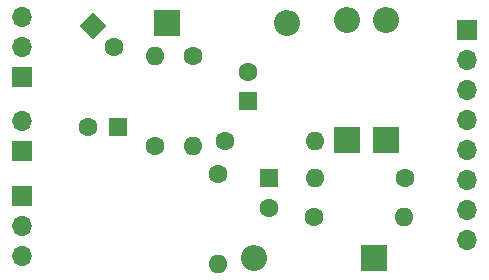
<source format=gbs>
G04 #@! TF.GenerationSoftware,KiCad,Pcbnew,7.0.10-7.0.10~ubuntu20.04.1*
G04 #@! TF.CreationDate,2024-07-25T13:55:33-03:00*
G04 #@! TF.ProjectId,Condicionamento_compacto_V01b,436f6e64-6963-4696-9f6e-616d656e746f,rev?*
G04 #@! TF.SameCoordinates,Original*
G04 #@! TF.FileFunction,Soldermask,Bot*
G04 #@! TF.FilePolarity,Negative*
%FSLAX46Y46*%
G04 Gerber Fmt 4.6, Leading zero omitted, Abs format (unit mm)*
G04 Created by KiCad (PCBNEW 7.0.10-7.0.10~ubuntu20.04.1) date 2024-07-25 13:55:33*
%MOMM*%
%LPD*%
G01*
G04 APERTURE LIST*
G04 Aperture macros list*
%AMRotRect*
0 Rectangle, with rotation*
0 The origin of the aperture is its center*
0 $1 length*
0 $2 width*
0 $3 Rotation angle, in degrees counterclockwise*
0 Add horizontal line*
21,1,$1,$2,0,0,$3*%
G04 Aperture macros list end*
%ADD10R,1.700000X1.700000*%
%ADD11O,1.700000X1.700000*%
%ADD12C,1.600000*%
%ADD13R,1.600000X1.600000*%
%ADD14O,1.600000X1.600000*%
%ADD15O,2.200000X2.200000*%
%ADD16R,2.200000X2.200000*%
%ADD17RotRect,1.600000X1.600000X315.000000*%
G04 APERTURE END LIST*
D10*
X72775000Y-103025000D03*
D11*
X72775000Y-100485000D03*
D12*
X78400000Y-100950000D03*
D13*
X80900000Y-100950000D03*
D14*
X105110000Y-108600000D03*
D12*
X97490000Y-108600000D03*
D15*
X103650000Y-91920000D03*
D16*
X103650000Y-102080000D03*
D12*
X80567767Y-94167767D03*
D17*
X78800000Y-92400000D03*
D10*
X110500000Y-92760000D03*
D11*
X110500000Y-95300000D03*
X110500000Y-97840000D03*
X110500000Y-100380000D03*
X110500000Y-102920000D03*
X110500000Y-105460000D03*
X110500000Y-108000000D03*
X110500000Y-110540000D03*
D14*
X87300000Y-102610000D03*
D12*
X87300000Y-94990000D03*
D14*
X97570000Y-102150000D03*
D12*
X89950000Y-102150000D03*
D14*
X89355100Y-112560000D03*
D12*
X89355100Y-104940000D03*
D15*
X95280000Y-92200000D03*
D16*
X85120000Y-92200000D03*
D12*
X93750000Y-107800000D03*
D13*
X93750000Y-105300000D03*
D15*
X100350000Y-91920000D03*
D16*
X100350000Y-102080000D03*
D12*
X91900000Y-96300000D03*
D13*
X91900000Y-98800000D03*
D15*
X92470000Y-112050000D03*
D16*
X102630000Y-112050000D03*
D11*
X72780000Y-91620000D03*
X72780000Y-94160000D03*
D10*
X72780000Y-96700000D03*
D14*
X97590000Y-105250000D03*
D12*
X105210000Y-105250000D03*
D11*
X72775000Y-111930000D03*
X72775000Y-109390000D03*
D10*
X72775000Y-106850000D03*
D14*
X84100000Y-94980000D03*
D12*
X84100000Y-102600000D03*
M02*

</source>
